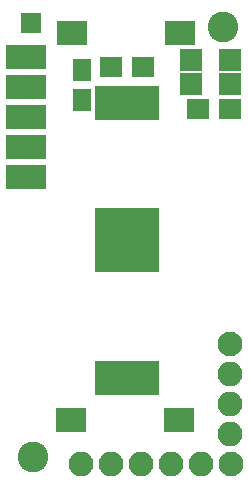
<source format=gts>
G04 #@! TF.FileFunction,Soldermask,Top*
%FSLAX46Y46*%
G04 Gerber Fmt 4.6, Leading zero omitted, Abs format (unit mm)*
G04 Created by KiCad (PCBNEW 4.0.2-stable) date 29.05.2017 13:31:58*
%MOMM*%
G01*
G04 APERTURE LIST*
%ADD10C,0.100000*%
%ADD11R,3.400000X2.100000*%
%ADD12C,2.100000*%
%ADD13O,2.100000X2.100000*%
%ADD14R,5.480000X2.940000*%
%ADD15R,5.480000X5.480000*%
%ADD16R,2.580000X2.000000*%
%ADD17R,1.900000X1.900000*%
%ADD18R,1.900000X1.700000*%
%ADD19C,2.600000*%
%ADD20R,1.750000X1.750000*%
%ADD21R,1.650000X1.900000*%
G04 APERTURE END LIST*
D10*
D11*
X171410500Y-89281000D03*
X171410500Y-94361000D03*
X171410500Y-99441000D03*
X171386500Y-91821000D03*
X171386500Y-96901000D03*
D12*
X188658500Y-113601500D03*
D13*
X188658500Y-116141500D03*
X188658500Y-118681500D03*
X188658500Y-121221500D03*
D12*
X188722000Y-123761500D03*
D13*
X186182000Y-123761500D03*
X183642000Y-123761500D03*
X181102000Y-123761500D03*
X178562000Y-123761500D03*
X176022000Y-123761500D03*
D14*
X179959000Y-93218000D03*
X179959000Y-116459000D03*
D15*
X179959000Y-104838500D03*
D16*
X184358500Y-120015000D03*
X175178500Y-120015000D03*
X175242000Y-87249000D03*
X184422000Y-87249000D03*
D17*
X185357500Y-91630500D03*
X188657500Y-91630500D03*
X185357500Y-89535000D03*
X188657500Y-89535000D03*
D18*
X185975000Y-93726000D03*
X188675000Y-93726000D03*
X181309000Y-90170000D03*
X178609000Y-90170000D03*
D19*
X188087000Y-86741000D03*
X171958000Y-123190000D03*
D20*
X171831000Y-86423500D03*
D21*
X176149000Y-92944000D03*
X176149000Y-90444000D03*
M02*

</source>
